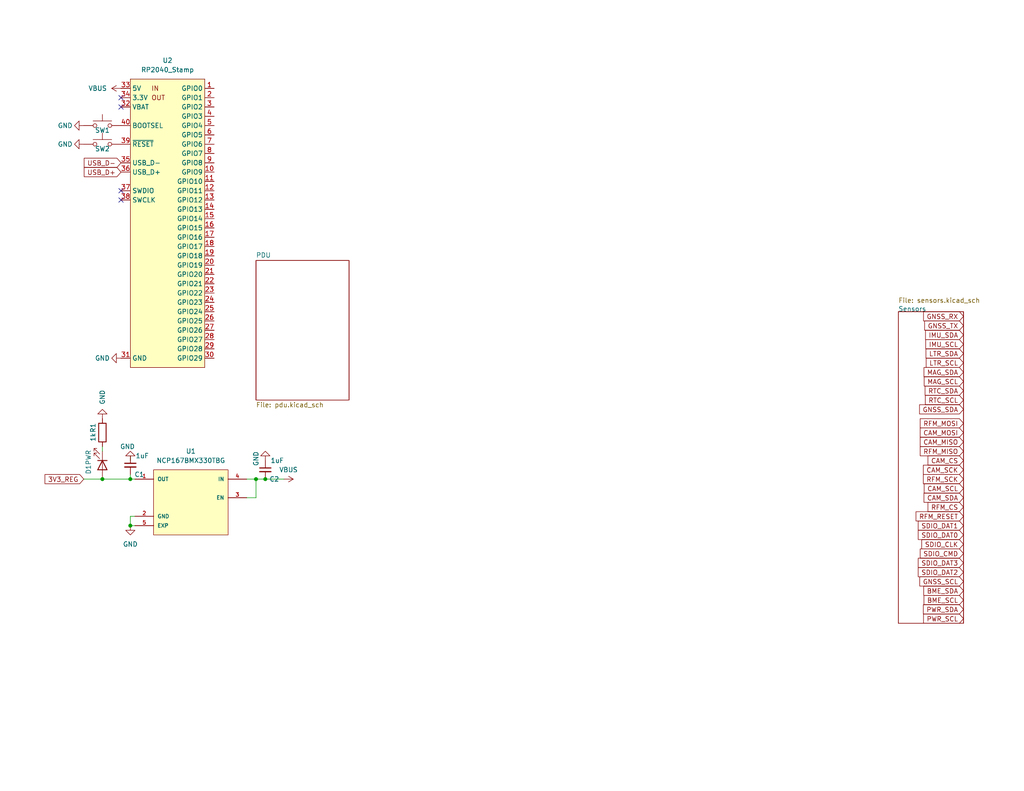
<source format=kicad_sch>
(kicad_sch (version 20211123) (generator eeschema)
  (paper "USLetter")
  (title_block (title "RP2040 Stamp") (date "2022-03-04") (rev "0.1") (company "UCSB Experimental Cosmology Group"))
  (lib_symbols
    (symbol "Device:C_Small" (pin_numbers hide) (pin_names (offset 0.254) hide)
      (property "Reference" "C" (at 0.254 1.778 0))
      (property "Value" "C_Small" (at 0.254 -2.032 0))
      (symbol "C_Small_0_1"
        (polyline (pts (xy -1.524 -0.508) (xy 1.524 -0.508)) (stroke (width 0.3302)))
        (polyline (pts (xy -1.524 0.508) (xy 1.524 0.508)) (stroke (width 0.3048)))
      )
      (symbol "C_Small_1_1"
        (pin passive line (at 0 2.54 270) (length 2.032) (name "~") (number "1"))
        (pin passive line (at 0 -2.54 90) (length 2.032) (name "~") (number "2"))
      )
    )
    (symbol "Device:LED" (pin_numbers hide) (pin_names (offset 1.016) hide)
      (property "Reference" "D" (at 0 2.54 0))
      (property "Value" "LED" (at 0 -2.54 0))
      (symbol "LED_0_1"
        (polyline (pts (xy -1.27 -1.27) (xy -1.27 1.27)) (stroke (width 0.254)))
        (polyline (pts (xy -1.27 0) (xy 1.27 0)))
        (polyline (pts (xy 1.27 -1.27) (xy 1.27 1.27) (xy -1.27 0) (xy 1.27 -1.27)) (stroke (width 0.254)))
        (polyline (pts (xy -3.048 -0.762) (xy -4.572 -2.286) (xy -3.81 -2.286) (xy -4.572 -2.286) (xy -4.572 -1.524)))
        (polyline (pts (xy -1.778 -0.762) (xy -3.302 -2.286) (xy -2.54 -2.286) (xy -3.302 -2.286) (xy -3.302 -1.524)))
      )
      (symbol "LED_1_1"
        (pin passive line (at -3.81 0 0) (length 2.54) (name "K") (number "1"))
        (pin passive line (at 3.81 0 180) (length 2.54) (name "A") (number "2"))
      )
    )
    (symbol "Device:R" (pin_numbers hide) (pin_names (offset 0))
      (property "Reference" "R" (at 2.032 0 90))
      (property "Value" "R" (at 0 0 90))
      (symbol "R_0_1"
        (rectangle (start -1.016 -2.54) (end 1.016 2.54) (stroke (width 0.254)))
      )
      (symbol "R_1_1"
        (pin passive line (at 0 3.81 270) (length 1.27) (name "~") (number "1"))
        (pin passive line (at 0 -3.81 90) (length 1.27) (name "~") (number "2"))
      )
    )
    (symbol "NCP167BMX330TBG:NCP167BMX330TBG" (pin_names (offset 1.016))
      (property "Reference" "U" (at -10.16 7.62 0))
      (property "Value" "NCP167BMX330TBG" (at -10.16 -12.7 0))
      (symbol "NCP167BMX330TBG_0_0"
        (rectangle (start -10.16 -10.16) (end 10.16 7.62) (stroke (width 0.1524)) (fill (type background)))
        (pin output line (at 15.24 5.08 180) (length 5.08) (name "OUT") (number "1"))
        (pin power_in line (at 15.24 -5.08 180) (length 5.08) (name "GND") (number "2"))
        (pin input line (at -15.24 0 0) (length 5.08) (name "EN") (number "3"))
        (pin input line (at -15.24 5.08 0) (length 5.08) (name "IN") (number "4"))
        (pin power_in line (at 15.24 -7.62 180) (length 5.08) (name "EXP") (number "5"))
      )
    )
    (symbol "RP2040_Stamp:RP2040_Stamp"
      (property "Reference" "U" (at 10.16 43.18 0))
      (property "Value" "RP2040_Stamp" (at 0 -38.1 0))
      (symbol "RP2040_Stamp_0_0"
        (text "IN" (at -4.445 39.37 0) (effects (font (size 1.27 1.27)) (justify left)))
        (text "OUT" (at -4.445 36.83 0) (effects (font (size 1.27 1.27)) (justify left)))
        (pin bidirectional line (at 12.7 39.37 180) (length 2.54) (name "GPIO0") (number "1"))
        (pin bidirectional line (at 12.7 16.51 180) (length 2.54) (name "GPIO9") (number "10"))
        (pin bidirectional line (at 12.7 13.97 180) (length 2.54) (name "GPIO10") (number "11"))
        (pin bidirectional line (at 12.7 11.43 180) (length 2.54) (name "GPIO11") (number "12"))
        (pin bidirectional line (at 12.7 8.89 180) (length 2.54) (name "GPIO12") (number "13"))
        (pin bidirectional line (at 12.7 6.35 180) (length 2.54) (name "GPIO13") (number "14"))
        (pin bidirectional line (at 12.7 3.81 180) (length 2.54) (name "GPIO14") (number "15"))
        (pin bidirectional line (at 12.7 1.27 180) (length 2.54) (name "GPIO15") (number "16"))
        (pin bidirectional line (at 12.7 -1.27 180) (length 2.54) (name "GPIO16") (number "17"))
        (pin bidirectional line (at 12.7 -3.81 180) (length 2.54) (name "GPIO17") (number "18"))
        (pin bidirectional line (at 12.7 -6.35 180) (length 2.54) (name "GPIO18") (number "19"))
        (pin bidirectional line (at 12.7 36.83 180) (length 2.54) (name "GPIO1") (number "2"))
        (pin bidirectional line (at 12.7 -8.89 180) (length 2.54) (name "GPIO19") (number "20"))
        (pin bidirectional line (at 12.7 -11.43 180) (length 2.54) (name "GPIO20") (number "21"))
        (pin bidirectional line (at 12.7 -13.97 180) (length 2.54) (name "GPIO21") (number "22"))
        (pin bidirectional line (at 12.7 -16.51 180) (length 2.54) (name "GPIO22") (number "23"))
        (pin bidirectional line (at 12.7 -19.05 180) (length 2.54) (name "GPIO23") (number "24"))
        (pin bidirectional line (at 12.7 -21.59 180) (length 2.54) (name "GPIO24") (number "25"))
        (pin bidirectional line (at 12.7 -24.13 180) (length 2.54) (name "GPIO25") (number "26"))
        (pin bidirectional line (at 12.7 -26.67 180) (length 2.54) (name "GPIO26") (number "27"))
        (pin bidirectional line (at 12.7 -29.21 180) (length 2.54) (name "GPIO27") (number "28"))
        (pin bidirectional line (at 12.7 -31.75 180) (length 2.54) (name "GPIO28") (number "29"))
        (pin bidirectional line (at 12.7 34.29 180) (length 2.54) (name "GPIO2") (number "3"))
        (pin bidirectional line (at 12.7 -34.29 180) (length 2.54) (name "GPIO29") (number "30"))
        (pin power_in line (at -12.7 -34.29 0) (length 2.54) (name "GND") (number "31"))
        (pin power_in line (at -12.7 34.29 0) (length 2.54) (name "VBAT") (number "32"))
        (pin power_in line (at -12.7 39.37 0) (length 2.54) (name "5V") (number "33"))
        (pin power_out line (at -12.7 36.83 0) (length 2.54) (name "3.3V") (number "34"))
        (pin bidirectional line (at -12.7 19.05 0) (length 2.54) (name "USB_D-") (number "35"))
        (pin bidirectional line (at -12.7 16.51 0) (length 2.54) (name "USB_D+") (number "36"))
        (pin bidirectional line (at -12.7 11.43 0) (length 2.54) (name "SWDIO") (number "37"))
        (pin input line (at -12.7 8.89 0) (length 2.54) (name "SWCLK") (number "38"))
        (pin bidirectional line (at -12.7 24.13 0) (length 2.54) (name "~{RESET}") (number "39"))
        (pin bidirectional line (at 12.7 31.75 180) (length 2.54) (name "GPIO3") (number "4"))
        (pin input line (at -12.7 29.21 0) (length 2.54) (name "BOOTSEL") (number "40"))
        (pin bidirectional line (at 12.7 29.21 180) (length 2.54) (name "GPIO4") (number "5"))
        (pin bidirectional line (at 12.7 26.67 180) (length 2.54) (name "GPIO5") (number "6"))
        (pin bidirectional line (at 12.7 24.13 180) (length 2.54) (name "GPIO6") (number "7"))
        (pin bidirectional line (at 12.7 21.59 180) (length 2.54) (name "GPIO7") (number "8"))
        (pin bidirectional line (at 12.7 19.05 180) (length 2.54) (name "GPIO8") (number "9"))
      )
      (symbol "RP2040_Stamp_0_1"
        (rectangle (start -10.16 41.91) (end 10.16 -36.83) (stroke (width 0.1524)) (fill (type background)))
      )
    )
    (symbol "Switch:SW_Push" (pin_numbers hide) (pin_names (offset 1.016) hide)
      (property "Reference" "SW" (at 1.27 2.54 0))
      (property "Value" "SW_Push" (at 0 -1.524 0))
      (symbol "SW_Push_0_1"
        (circle (center -2.032 0) (radius 0.508))
        (polyline (pts (xy 0 1.27) (xy 0 3.048)))
        (polyline (pts (xy 2.54 1.27) (xy -2.54 1.27)))
        (circle (center 2.032 0) (radius 0.508))
        (pin passive line (at -5.08 0 0) (length 2.54) (name "1") (number "1"))
        (pin passive line (at 5.08 0 180) (length 2.54) (name "2") (number "2"))
      )
    )
    (symbol "power:GND" (power) (pin_names (offset 0))
      (property "Value" "GND" (at 0 -3.81 0))
      (symbol "GND_0_1"
        (polyline (pts (xy 0 0) (xy 0 -1.27) (xy 1.27 -1.27) (xy 0 -2.54) (xy -1.27 -1.27) (xy 0 -1.27)))
      )
      (symbol "GND_1_1"
        (pin power_in line (at 0 0 270) (length 0) hide (name "GND") (number "1"))
      )
    )
    (symbol "power:VBUS" (power) (pin_names (offset 0))
      (property "Value" "VBUS" (at 0 3.81 0))
      (symbol "VBUS_0_1"
        (polyline (pts (xy -0.762 1.27) (xy 0 2.54)))
        (polyline (pts (xy 0 0) (xy 0 2.54)))
        (polyline (pts (xy 0 2.54) (xy 0.762 1.27)))
      )
      (symbol "VBUS_1_1"
        (pin power_in line (at 0 0 90) (length 0) hide (name "VBUS") (number "1"))
      )
    )
  )
  (junction (at 69.85 130.81))
  (junction (at 27.94 130.81))
  (junction (at 72.39 130.81))
  (junction (at 35.56 143.51))
  (junction (at 35.56 130.81))
  (no_connect (at 33.02 52.07))
  (no_connect (at 33.02 54.61))
  (no_connect (at 33.02 26.67))
  (no_connect (at 33.02 29.21))
  (wire (pts (xy 22.86 130.81) (xy 27.94 130.81)))
  (wire (pts (xy 35.56 130.81) (xy 36.83 130.81)))
  (wire (pts (xy 35.56 129.54) (xy 35.56 130.81)))
  (wire (pts (xy 69.85 135.89) (xy 67.31 135.89)))
  (wire (pts (xy 69.85 130.81) (xy 67.31 130.81)))
  (wire (pts (xy 27.94 121.92) (xy 27.94 123.19)))
  (wire (pts (xy 72.39 130.81) (xy 77.47 130.81)))
  (wire (pts (xy 72.39 130.81) (xy 69.85 130.81)))
  (wire (pts (xy 69.85 130.81) (xy 69.85 135.89)))
  (wire (pts (xy 36.83 143.51) (xy 35.56 143.51)))
  (wire (pts (xy 35.56 140.97) (xy 36.83 140.97)))
  (wire (pts (xy 27.94 130.81) (xy 35.56 130.81)))
  (wire (pts (xy 35.56 124.46) (xy 35.56 125.73)))
  (wire (pts (xy 35.56 143.51) (xy 35.56 140.97)))
  (global_label "GNSS_TX" (shape input) (at 262.89 88.9 180) (property "Intersheet References" "${INTERSHEET_REFS}" (effects hide)))
  (global_label "CAM_SCK" (shape input) (at 262.89 128.27 180) (property "Intersheet References" "${INTERSHEET_REFS}" (effects hide)))
  (global_label "GNSS_SCL" (shape input) (at 262.89 158.75 180) (property "Intersheet References" "${INTERSHEET_REFS}" (effects hide)))
  (global_label "BME_SDA" (shape input) (at 262.89 161.29 180) (property "Intersheet References" "${INTERSHEET_REFS}" (effects hide)))
  (global_label "GNSS_SDA" (shape input) (at 262.89 111.76 180) (property "Intersheet References" "${INTERSHEET_REFS}" (effects hide)))
  (global_label "SDIO_CLK" (shape input) (at 262.89 148.59 180) (property "Intersheet References" "${INTERSHEET_REFS}" (effects hide)))
  (global_label "CAM_CS" (shape input) (at 262.89 125.73 180) (property "Intersheet References" "${INTERSHEET_REFS}" (effects hide)))
  (global_label "IMU_SDA" (shape input) (at 262.89 91.44 180) (property "Intersheet References" "${INTERSHEET_REFS}" (effects hide)))
  (global_label "SDIO_CMD" (shape input) (at 262.89 151.13 180) (property "Intersheet References" "${INTERSHEET_REFS}" (effects hide)))
  (global_label "RTC_SCL" (shape input) (at 262.89 109.22 180) (property "Intersheet References" "${INTERSHEET_REFS}" (effects hide)))
  (global_label "IMU_SCL" (shape input) (at 262.89 93.98 180) (property "Intersheet References" "${INTERSHEET_REFS}" (effects hide)))
  (global_label "LTR_SCL" (shape input) (at 262.89 99.06 180) (property "Intersheet References" "${INTERSHEET_REFS}" (effects hide)))
  (global_label "PWR_SCL" (shape input) (at 262.89 168.91 180) (property "Intersheet References" "${INTERSHEET_REFS}" (effects hide)))
  (global_label "SDIO_DAT3" (shape input) (at 262.89 153.67 180) (property "Intersheet References" "${INTERSHEET_REFS}" (effects hide)))
  (global_label "CAM_MOSI" (shape input) (at 262.89 118.11 180) (property "Intersheet References" "${INTERSHEET_REFS}" (effects hide)))
  (global_label "SDIO_DAT0" (shape input) (at 262.89 146.05 180) (property "Intersheet References" "${INTERSHEET_REFS}" (effects hide)))
  (global_label "USB_D+" (shape input) (at 33.02 46.99 180) (property "Intersheet References" "${INTERSHEET_REFS}" (effects hide)))
  (global_label "LTR_SDA" (shape input) (at 262.89 96.52 180) (property "Intersheet References" "${INTERSHEET_REFS}" (effects hide)))
  (global_label "RFM_RESET" (shape input) (at 262.89 140.97 180) (property "Intersheet References" "${INTERSHEET_REFS}" (effects hide)))
  (global_label "RFM_SCK" (shape input) (at 262.89 130.81 180) (property "Intersheet References" "${INTERSHEET_REFS}" (effects hide)))
  (global_label "RFM_CS" (shape input) (at 262.89 138.43 180) (property "Intersheet References" "${INTERSHEET_REFS}" (effects hide)))
  (global_label "PWR_SDA" (shape input) (at 262.89 166.37 180) (property "Intersheet References" "${INTERSHEET_REFS}" (effects hide)))
  (global_label "3V3_REG" (shape input) (at 22.86 130.81 180) (property "Intersheet References" "${INTERSHEET_REFS}" (effects hide)))
  (global_label "CAM_SDA" (shape input) (at 262.89 135.89 180) (property "Intersheet References" "${INTERSHEET_REFS}" (effects hide)))
  (global_label "SDIO_DAT2" (shape input) (at 262.89 156.21 180) (property "Intersheet References" "${INTERSHEET_REFS}" (effects hide)))
  (global_label "BME_SCL" (shape input) (at 262.89 163.83 180) (property "Intersheet References" "${INTERSHEET_REFS}" (effects hide)))
  (global_label "CAM_MISO" (shape input) (at 262.89 120.65 180) (property "Intersheet References" "${INTERSHEET_REFS}" (effects hide)))
  (global_label "CAM_SCL" (shape input) (at 262.89 133.35 180) (property "Intersheet References" "${INTERSHEET_REFS}" (effects hide)))
  (global_label "MAG_SDA" (shape input) (at 262.89 101.6 180) (property "Intersheet References" "${INTERSHEET_REFS}" (effects hide)))
  (global_label "MAG_SCL" (shape input) (at 262.89 104.14 180) (property "Intersheet References" "${INTERSHEET_REFS}" (effects hide)))
  (global_label "USB_D-" (shape input) (at 33.02 44.45 180) (property "Intersheet References" "${INTERSHEET_REFS}" (effects hide)))
  (global_label "SDIO_DAT1" (shape input) (at 262.89 143.51 180) (property "Intersheet References" "${INTERSHEET_REFS}" (effects hide)))
  (global_label "RFM_MOSI" (shape input) (at 262.89 115.57 180) (property "Intersheet References" "${INTERSHEET_REFS}" (effects hide)))
  (global_label "GNSS_RX" (shape input) (at 262.89 86.36 180) (property "Intersheet References" "${INTERSHEET_REFS}" (effects hide)))
  (global_label "RFM_MISO" (shape input) (at 262.89 123.19 180) (property "Intersheet References" "${INTERSHEET_REFS}" (effects hide)))
  (global_label "RTC_SDA" (shape input) (at 262.89 106.68 180) (property "Intersheet References" "${INTERSHEET_REFS}" (effects hide)))
  (symbol (lib_id "RP2040_Stamp:RP2040_Stamp") (at 45.72 63.5 0) (unit 1)
    (property "Reference" "U2" (at 45.72 16.51 0))
    (property "Value" "RP2040_Stamp" (at 45.72 19.05 0))
    (property "Footprint" "RP2040_Stamp:RP2040_Stamp_SMD" (effects hide))
  )
  (symbol (lib_id "power:GND") (at 35.56 143.51 0) (mirror y) (unit 1)
    (property "Reference" "#PWR03" (effects hide))
    (property "Value" "GND" (at 35.56 148.59 0))
  )
  (symbol (lib_id "Switch:SW_Push") (at 27.94 34.29 0) (mirror y) (unit 1)
    (property "Reference" "SW1" (at 27.94 35.56 0))
    (property "Value" "RESET" (effects hide))
    (property "Footprint" "Button_Switch_SMD:SW_Push_SPST_NO_Alps_SKRK" (effects hide))
  )
  (symbol (lib_id "NCP167BMX330TBG:NCP167BMX330TBG") (at 52.07 135.89 0) (mirror y) (unit 1)
    (property "Reference" "U1" (at 52.07 123.19 0))
    (property "Value" "NCP167BMX330TBG" (at 52.07 125.73 0))
    (property "Footprint" "REG_NCP167BMX330TBG" (effects hide))
    (property "MAXIMUM_PACKAGE_HEIGHT" "0.43mm" (effects hide))
    (property "MANUFACTURER" "ON Semiconductor" (effects hide))
    (property "PARTREV" "3" (effects hide))
    (property "STANDARD" "Manufacturer recommendations" (effects hide))
  )
  (symbol (lib_id "power:VBUS") (at 33.02 24.13 90) (mirror x) (unit 1)
    (property "Reference" "#PWR06" (effects hide))
    (property "Value" "VBUS" (at 29.21 24.1299 90) (effects (justify left)))
  )
  (symbol (lib_id "power:GND") (at 22.86 39.37 270) (mirror x) (unit 1)
    (property "Reference" "#PWR09" (effects hide))
    (property "Value" "GND" (at 17.78 39.37 90))
  )
  (symbol (lib_id "power:GND") (at 72.39 125.73 180) (unit 1)
    (property "Reference" "#PWR04" (effects hide))
    (property "Value" "GND" (at 69.85 123.19 90) (effects (justify left)))
  )
  (symbol (lib_id "Device:R") (at 27.94 118.11 180) (unit 1)
    (property "Reference" "R1" (at 25.4 116.84 90))
    (property "Value" "1k" (at 25.4 119.38 90))
    (property "Footprint" "Resistor_SMD:R_0603_1608Metric" (effects hide))
  )
  (symbol (lib_id "power:VBUS") (at 77.47 130.81 270) (mirror x) (unit 1)
    (property "Reference" "#PWR05" (effects hide))
    (property "Value" "VBUS" (at 81.28 128.27 90) (effects (justify right)))
  )
  (symbol (lib_id "Device:C_Small") (at 35.56 127 0) (unit 1)
    (property "Reference" "C1" (at 39.37 129.54 0) (effects (justify right)))
    (property "Value" "1uF" (at 40.64 124.46 0) (effects (justify right)))
    (property "Footprint" "Capacitor_SMD:C_0603_1608Metric" (effects hide))
  )
  (symbol (lib_id "Device:C_Small") (at 72.39 128.27 0) (unit 1)
    (property "Reference" "C2" (at 76.2 130.81 0) (effects (justify right)))
    (property "Value" "1uF" (at 77.47 125.73 0) (effects (justify right)))
    (property "Footprint" "Capacitor_SMD:C_0603_1608Metric" (effects hide))
  )
  (symbol (lib_id "Device:LED") (at 27.94 127 270) (unit 1)
    (property "Reference" "D1" (at 24.13 129.54 0) (effects (justify right)))
    (property "Value" "PWR" (at 24.13 127 0) (effects (justify right)))
    (property "Footprint" "LED_SMD:LED_0603_1608Metric" (effects hide))
  )
  (symbol (lib_id "power:GND") (at 22.86 34.29 270) (mirror x) (unit 1)
    (property "Reference" "#PWR08" (effects hide))
    (property "Value" "GND" (at 17.78 34.29 90))
  )
  (symbol (lib_id "power:GND") (at 35.56 125.73 180) (unit 1)
    (property "Reference" "#PWR02" (effects hide))
    (property "Value" "GND" (at 36.83 121.92 0) (effects (justify left)))
  )
  (symbol (lib_id "power:GND") (at 33.02 97.79 270) (mirror x) (unit 1)
    (property "Reference" "#PWR07" (effects hide))
    (property "Value" "GND" (at 27.94 97.79 90))
  )
  (symbol (lib_id "power:GND") (at 27.94 114.3 180) (unit 1)
    (property "Reference" "#PWR01" (effects hide))
    (property "Value" "GND" (at 27.94 110.49 90) (effects (justify right)))
  )
  (symbol (lib_id "Switch:SW_Push") (at 27.94 39.37 0) (mirror y) (unit 1)
    (property "Reference" "SW2" (at 27.94 40.64 0))
    (property "Value" "RESET" (effects hide))
    (property "Footprint" "Button_Switch_SMD:SW_Push_SPST_NO_Alps_SKRK" (effects hide))
  )
  (sheet (at 69.85 71.12) (size 25.4 38.1) (stroke (width 0.1524))
    (property "Sheet name" "PDU" (at 69.85 70.4084 0) (effects (justify left bottom)))
    (property "Sheet file" "pdu.kicad_sch" (at 69.85 109.8046 0) (effects (justify left top)))
  )
  (sheet (at 245.11 85.09) (size 17.78 85.09) (stroke (width 0.1524))
    (property "Sheet name" "Sensors" (at 245.11 85.09 0) (effects (justify left bottom)))
    (property "Sheet file" "sensors.kicad_sch" (at 245.11 81.28 0) (effects (justify left top)))
  )
)
</source>
